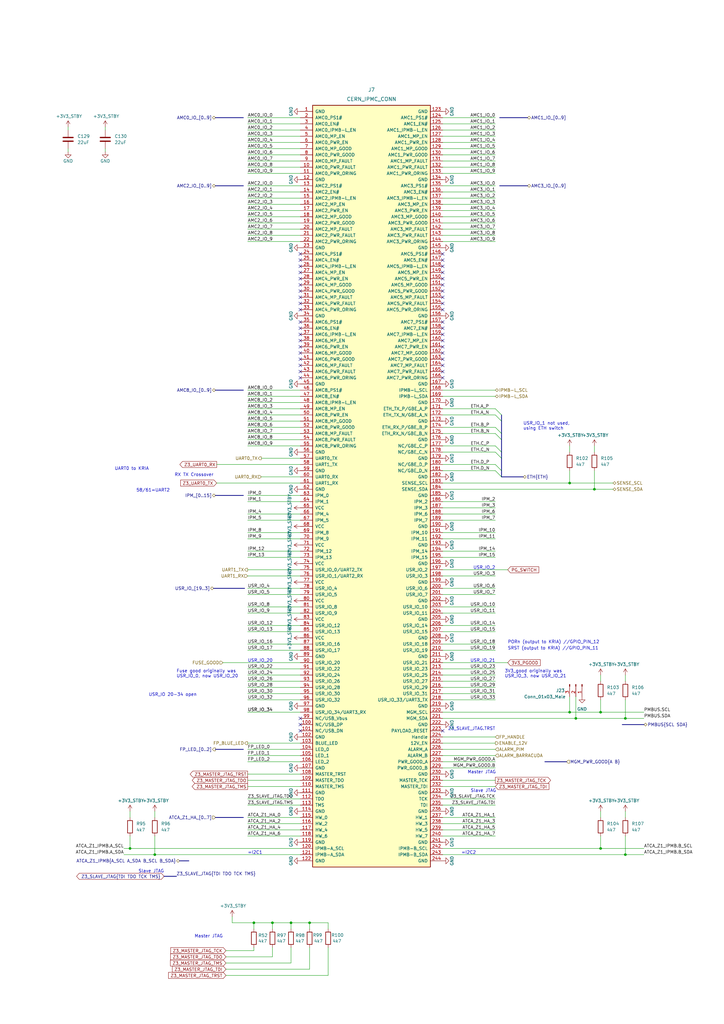
<source format=kicad_sch>
(kicad_sch (version 20211123) (generator eeschema)
  (paper "A3" portrait)
  (title_block (title "ATCA Template") (date "2023-01-05") (rev "1.0") (company "Karlsruhe Institute of Technology (KIT)") (comment 1 "Carsten Schmerbeck") (comment 2 "Luis Ardila") (comment 4 "Licensed under CERN-OHL-P v2"))
  (bus_alias "ETH" (members "A_P" "A_N" "B_P" "B_N" "C_P" "C_N" "D_P" "D_N"))
  (junction (at 246.38 347.98))
  (junction (at 104.14 378.46))
  (junction (at 256.54 294.64))
  (junction (at 63.5 350.52))
  (junction (at 111.76 378.46))
  (junction (at 119.38 378.46))
  (junction (at 256.54 350.52))
  (junction (at 236.22 294.64))
  (junction (at 243.84 200.66))
  (junction (at 127 378.46))
  (junction (at 233.68 292.1))
  (junction (at 53.34 347.98))
  (junction (at 233.68 198.12))
  (junction (at 246.38 292.1))
  (no_connect (at 181.61 121.92))
  (no_connect (at 181.61 106.68))
  (no_connect (at 181.61 147.32))
  (no_connect (at 181.61 119.38))
  (no_connect (at 181.61 127))
  (no_connect (at 181.61 111.76))
  (no_connect (at 123.19 111.76))
  (no_connect (at 123.19 114.3))
  (no_connect (at 123.19 119.38))
  (no_connect (at 123.19 121.92))
  (no_connect (at 123.19 116.84))
  (no_connect (at 123.19 127))
  (no_connect (at 123.19 124.46))
  (no_connect (at 123.19 104.14))
  (no_connect (at 123.19 106.68))
  (no_connect (at 123.19 109.22))
  (no_connect (at 123.19 154.94))
  (no_connect (at 123.19 152.4))
  (no_connect (at 123.19 144.78))
  (no_connect (at 123.19 132.08))
  (no_connect (at 181.61 152.4))
  (no_connect (at 123.19 134.62))
  (no_connect (at 181.61 114.3))
  (no_connect (at 181.61 299.72))
  (no_connect (at 181.61 142.24))
  (no_connect (at 181.61 116.84))
  (no_connect (at 181.61 137.16))
  (no_connect (at 181.61 104.14))
  (no_connect (at 123.19 147.32))
  (no_connect (at 181.61 124.46))
  (no_connect (at 181.61 139.7))
  (no_connect (at 181.61 109.22))
  (no_connect (at 181.61 144.78))
  (no_connect (at 181.61 132.08))
  (no_connect (at 123.19 137.16))
  (no_connect (at 123.19 139.7))
  (no_connect (at 123.19 294.64))
  (no_connect (at 123.19 297.18))
  (no_connect (at 123.19 299.72))
  (no_connect (at 181.61 149.86))
  (no_connect (at 181.61 134.62))
  (no_connect (at 123.19 149.86))
  (no_connect (at 181.61 154.94))
  (no_connect (at 123.19 142.24))
  (bus_entry (at 203.2 182.88) (size 2.54 2.54))
  (bus_entry (at 203.2 185.42) (size 2.54 2.54))
  (bus_entry (at 203.2 170.18) (size 2.54 2.54))
  (bus_entry (at 203.2 175.26) (size 2.54 2.54))
  (bus_entry (at 203.2 177.8) (size 2.54 2.54))
  (bus_entry (at 203.2 167.64) (size 2.54 2.54))
  (bus_entry (at 203.2 190.5) (size 2.54 2.54))
  (bus_entry (at 203.2 193.04) (size 2.54 2.54))
  (wire (pts (xy 243.84 182.88) (xy 243.84 185.42)))
  (wire (pts (xy 181.61 175.26) (xy 203.2 175.26)))
  (wire (pts (xy 181.61 55.88) (xy 203.2 55.88)))
  (wire (pts (xy 181.61 99.06) (xy 203.2 99.06)))
  (wire (pts (xy 181.61 78.74) (xy 203.2 78.74)))
  (wire (pts (xy 63.5 342.9) (xy 63.5 350.52)))
  (bus (pts (xy 88.392 307.34) (xy 99.822 307.34)))
  (wire (pts (xy 53.34 342.9) (xy 53.34 347.98)))
  (wire (pts (xy 203.2 248.92) (xy 181.61 248.92)))
  (wire (pts (xy 203.2 342.9) (xy 181.61 342.9)))
  (wire (pts (xy 181.61 271.78) (xy 208.28 271.78)))
  (wire (pts (xy 203.2 287.02) (xy 181.61 287.02)))
  (wire (pts (xy 203.2 256.54) (xy 181.61 256.54)))
  (wire (pts (xy 101.6 170.18) (xy 123.19 170.18)))
  (bus (pts (xy 67.31 359.41) (xy 72.39 359.41)))
  (wire (pts (xy 256.54 276.86) (xy 256.54 279.4)))
  (wire (pts (xy 203.2 210.82) (xy 181.61 210.82)))
  (wire (pts (xy 104.14 378.46) (xy 111.76 378.46)))
  (wire (pts (xy 203.2 340.36) (xy 181.61 340.36)))
  (wire (pts (xy 101.6 175.26) (xy 123.19 175.26)))
  (wire (pts (xy 181.61 83.82) (xy 203.2 83.82)))
  (wire (pts (xy 95.25 378.46) (xy 104.14 378.46)))
  (wire (pts (xy 101.6 50.8) (xy 123.19 50.8)))
  (wire (pts (xy 101.6 241.3) (xy 123.19 241.3)))
  (bus (pts (xy 88.392 76.2) (xy 99.822 76.2)))
  (wire (pts (xy 127 378.46) (xy 134.62 378.46)))
  (wire (pts (xy 181.61 193.04) (xy 203.2 193.04)))
  (wire (pts (xy 246.38 276.86) (xy 246.38 279.4)))
  (wire (pts (xy 119.38 378.46) (xy 119.38 381)))
  (wire (pts (xy 88.9 198.12) (xy 123.19 198.12)))
  (wire (pts (xy 101.6 251.46) (xy 123.19 251.46)))
  (wire (pts (xy 256.54 294.64) (xy 264.16 294.64)))
  (wire (pts (xy 181.61 347.98) (xy 246.38 347.98)))
  (wire (pts (xy 134.62 378.46) (xy 134.62 381)))
  (bus (pts (xy 205.74 187.96) (xy 205.74 193.04)))
  (wire (pts (xy 123.19 340.36) (xy 101.6 340.36)))
  (wire (pts (xy 101.6 53.34) (xy 123.19 53.34)))
  (wire (pts (xy 101.6 177.8) (xy 123.19 177.8)))
  (bus (pts (xy 205.74 172.72) (xy 205.74 177.8)))
  (bus (pts (xy 88.392 160.02) (xy 99.822 160.02)))
  (wire (pts (xy 101.6 60.96) (xy 123.19 60.96)))
  (wire (pts (xy 101.6 203.2) (xy 123.19 203.2)))
  (wire (pts (xy 181.61 93.98) (xy 203.2 93.98)))
  (wire (pts (xy 246.38 347.98) (xy 264.16 347.98)))
  (wire (pts (xy 181.61 236.22) (xy 203.2 236.22)))
  (bus (pts (xy 73.66 353.06) (xy 77.47 353.06)))
  (wire (pts (xy 101.6 78.74) (xy 123.19 78.74)))
  (wire (pts (xy 181.61 68.58) (xy 203.2 68.58)))
  (wire (pts (xy 91.44 271.78) (xy 123.19 271.78)))
  (wire (pts (xy 246.38 287.02) (xy 246.38 292.1)))
  (wire (pts (xy 181.61 228.6) (xy 203.2 228.6)))
  (wire (pts (xy 203.2 251.46) (xy 181.61 251.46)))
  (wire (pts (xy 233.68 198.12) (xy 181.61 198.12)))
  (wire (pts (xy 181.61 88.9) (xy 203.2 88.9)))
  (wire (pts (xy 233.68 285.75) (xy 233.68 292.1)))
  (bus (pts (xy 205.74 193.04) (xy 205.74 195.58)))
  (wire (pts (xy 246.38 292.1) (xy 264.16 292.1)))
  (wire (pts (xy 123.19 187.96) (xy 107.188 187.96)))
  (wire (pts (xy 203.2 281.94) (xy 181.61 281.94)))
  (wire (pts (xy 256.54 342.9) (xy 256.54 350.52)))
  (wire (pts (xy 181.61 71.12) (xy 203.2 71.12)))
  (wire (pts (xy 181.61 218.44) (xy 203.2 218.44)))
  (wire (pts (xy 246.38 332.74) (xy 246.38 335.28)))
  (wire (pts (xy 203.2 241.3) (xy 181.61 241.3)))
  (wire (pts (xy 101.6 182.88) (xy 123.19 182.88)))
  (wire (pts (xy 181.61 76.2) (xy 203.2 76.2)))
  (wire (pts (xy 246.38 342.9) (xy 246.38 347.98)))
  (wire (pts (xy 181.61 327.66) (xy 203.2 327.66)))
  (wire (pts (xy 203.2 48.26) (xy 181.61 48.26)))
  (wire (pts (xy 123.19 213.36) (xy 101.6 213.36)))
  (wire (pts (xy 134.62 388.62) (xy 134.62 400.05)))
  (wire (pts (xy 111.76 378.46) (xy 119.38 378.46)))
  (wire (pts (xy 50.8 347.98) (xy 53.34 347.98)))
  (wire (pts (xy 101.6 172.72) (xy 123.19 172.72)))
  (wire (pts (xy 181.61 96.52) (xy 203.2 96.52)))
  (wire (pts (xy 101.6 264.16) (xy 123.19 264.16)))
  (wire (pts (xy 181.61 170.18) (xy 203.2 170.18)))
  (wire (pts (xy 123.19 205.74) (xy 101.6 205.74)))
  (wire (pts (xy 101.6 66.04) (xy 123.19 66.04)))
  (wire (pts (xy 101.6 63.5) (xy 123.19 63.5)))
  (wire (pts (xy 181.61 162.56) (xy 203.2 162.56)))
  (wire (pts (xy 181.61 233.68) (xy 208.28 233.68)))
  (wire (pts (xy 101.6 76.2) (xy 123.19 76.2)))
  (wire (pts (xy 123.19 228.6) (xy 101.6 228.6)))
  (wire (pts (xy 203.2 274.32) (xy 181.61 274.32)))
  (wire (pts (xy 101.6 91.44) (xy 123.19 91.44)))
  (bus (pts (xy 205.74 185.42) (xy 205.74 187.96)))
  (wire (pts (xy 203.2 208.28) (xy 181.61 208.28)))
  (wire (pts (xy 101.6 88.9) (xy 123.19 88.9)))
  (wire (pts (xy 181.61 60.96) (xy 203.2 60.96)))
  (wire (pts (xy 101.6 55.88) (xy 123.19 55.88)))
  (wire (pts (xy 104.14 378.46) (xy 104.14 381)))
  (wire (pts (xy 203.2 335.28) (xy 181.61 335.28)))
  (wire (pts (xy 101.6 259.08) (xy 123.19 259.08)))
  (bus (pts (xy 255.27 297.18) (xy 264.16 297.18)))
  (wire (pts (xy 101.6 167.64) (xy 123.19 167.64)))
  (wire (pts (xy 123.19 320.04) (xy 101.6 320.04)))
  (wire (pts (xy 203.2 284.48) (xy 181.61 284.48)))
  (wire (pts (xy 123.19 337.82) (xy 101.6 337.82)))
  (bus (pts (xy 88.392 335.28) (xy 99.822 335.28)))
  (wire (pts (xy 181.61 86.36) (xy 203.2 86.36)))
  (bus (pts (xy 87.63 241.3) (xy 100.33 241.3)))
  (wire (pts (xy 27.94 52.07) (xy 27.94 53.34)))
  (wire (pts (xy 123.19 220.98) (xy 101.6 220.98)))
  (wire (pts (xy 92.71 394.97) (xy 119.38 394.97)))
  (wire (pts (xy 181.61 58.42) (xy 203.2 58.42)))
  (wire (pts (xy 92.71 397.51) (xy 127 397.51)))
  (wire (pts (xy 63.5 332.74) (xy 63.5 335.28)))
  (wire (pts (xy 101.6 86.36) (xy 123.19 86.36)))
  (wire (pts (xy 181.61 292.1) (xy 233.68 292.1)))
  (wire (pts (xy 181.61 66.04) (xy 203.2 66.04)))
  (wire (pts (xy 203.2 213.36) (xy 181.61 213.36)))
  (wire (pts (xy 101.6 330.2) (xy 123.19 330.2)))
  (wire (pts (xy 181.61 190.5) (xy 203.2 190.5)))
  (wire (pts (xy 203.2 266.7) (xy 181.61 266.7)))
  (wire (pts (xy 101.6 276.86) (xy 123.19 276.86)))
  (wire (pts (xy 181.61 50.8) (xy 203.2 50.8)))
  (wire (pts (xy 123.19 304.8) (xy 101.6 304.8)))
  (wire (pts (xy 123.19 312.42) (xy 101.6 312.42)))
  (wire (pts (xy 101.6 81.28) (xy 123.19 81.28)))
  (wire (pts (xy 101.6 287.02) (xy 123.19 287.02)))
  (wire (pts (xy 101.6 96.52) (xy 123.19 96.52)))
  (wire (pts (xy 119.38 378.46) (xy 127 378.46)))
  (wire (pts (xy 63.5 350.52) (xy 123.19 350.52)))
  (wire (pts (xy 101.6 284.48) (xy 123.19 284.48)))
  (bus (pts (xy 205.74 180.34) (xy 205.74 185.42)))
  (wire (pts (xy 92.71 400.05) (xy 134.62 400.05)))
  (wire (pts (xy 123.19 226.06) (xy 101.6 226.06)))
  (wire (pts (xy 101.6 243.84) (xy 123.19 243.84)))
  (wire (pts (xy 203.2 312.42) (xy 181.61 312.42)))
  (wire (pts (xy 101.6 281.94) (xy 123.19 281.94)))
  (wire (pts (xy 181.61 63.5) (xy 203.2 63.5)))
  (wire (pts (xy 104.14 388.62) (xy 104.14 389.89)))
  (wire (pts (xy 123.19 309.88) (xy 101.6 309.88)))
  (wire (pts (xy 233.68 182.88) (xy 233.68 185.42)))
  (wire (pts (xy 203.2 337.82) (xy 181.61 337.82)))
  (wire (pts (xy 111.76 378.46) (xy 111.76 381)))
  (wire (pts (xy 123.19 307.34) (xy 101.6 307.34)))
  (wire (pts (xy 43.18 52.07) (xy 43.18 53.34)))
  (wire (pts (xy 181.61 185.42) (xy 203.2 185.42)))
  (wire (pts (xy 236.22 285.75) (xy 236.22 294.64)))
  (wire (pts (xy 123.19 342.9) (xy 101.6 342.9)))
  (wire (pts (xy 27.94 60.96) (xy 27.94 62.23)))
  (wire (pts (xy 101.6 83.82) (xy 123.19 83.82)))
  (wire (pts (xy 123.19 210.82) (xy 101.6 210.82)))
  (wire (pts (xy 243.84 193.04) (xy 243.84 200.66)))
  (bus (pts (xy 205.74 170.18) (xy 205.74 172.72)))
  (bus (pts (xy 204.978 48.26) (xy 216.408 48.26)))
  (wire (pts (xy 95.25 375.92) (xy 95.25 378.46)))
  (wire (pts (xy 101.6 248.92) (xy 123.19 248.92)))
  (wire (pts (xy 256.54 350.52) (xy 264.16 350.52)))
  (wire (pts (xy 101.6 160.02) (xy 123.19 160.02)))
  (wire (pts (xy 203.2 307.34) (xy 181.61 307.34)))
  (wire (pts (xy 233.68 193.04) (xy 233.68 198.12)))
  (wire (pts (xy 101.6 233.68) (xy 123.19 233.68)))
  (wire (pts (xy 181.61 226.06) (xy 203.2 226.06)))
  (wire (pts (xy 123.19 335.28) (xy 101.6 335.28)))
  (wire (pts (xy 181.61 53.34) (xy 203.2 53.34)))
  (wire (pts (xy 92.71 389.89) (xy 104.14 389.89)))
  (wire (pts (xy 203.2 243.84) (xy 181.61 243.84)))
  (bus (pts (xy 205.74 177.8) (xy 205.74 180.34)))
  (wire (pts (xy 123.19 322.58) (xy 101.6 322.58)))
  (wire (pts (xy 119.38 388.62) (xy 119.38 394.97)))
  (wire (pts (xy 203.2 314.96) (xy 181.61 314.96)))
  (wire (pts (xy 101.6 93.98) (xy 123.19 93.98)))
  (wire (pts (xy 101.6 256.54) (xy 123.19 256.54)))
  (wire (pts (xy 181.61 160.02) (xy 203.2 160.02)))
  (wire (pts (xy 43.18 60.96) (xy 43.18 62.23)))
  (wire (pts (xy 251.46 200.66) (xy 243.84 200.66)))
  (wire (pts (xy 111.76 388.62) (xy 111.76 392.43)))
  (wire (pts (xy 101.6 58.42) (xy 123.19 58.42)))
  (wire (pts (xy 236.22 294.64) (xy 256.54 294.64)))
  (wire (pts (xy 203.2 302.26) (xy 181.61 302.26)))
  (wire (pts (xy 203.2 259.08) (xy 181.61 259.08)))
  (bus (pts (xy 205.74 195.58) (xy 214.63 195.58)))
  (wire (pts (xy 101.6 71.12) (xy 123.19 71.12)))
  (wire (pts (xy 203.2 276.86) (xy 181.61 276.86)))
  (wire (pts (xy 256.54 287.02) (xy 256.54 294.64)))
  (wire (pts (xy 101.6 180.34) (xy 123.19 180.34)))
  (wire (pts (xy 251.46 198.12) (xy 233.68 198.12)))
  (wire (pts (xy 123.19 48.26) (xy 101.6 48.26)))
  (wire (pts (xy 92.71 392.43) (xy 111.76 392.43)))
  (wire (pts (xy 123.19 317.5) (xy 101.6 317.5)))
  (wire (pts (xy 101.6 266.7) (xy 123.19 266.7)))
  (wire (pts (xy 181.61 330.2) (xy 203.2 330.2)))
  (wire (pts (xy 101.6 327.66) (xy 123.19 327.66)))
  (wire (pts (xy 53.34 332.74) (xy 53.34 335.28)))
  (wire (pts (xy 101.6 236.22) (xy 123.19 236.22)))
  (wire (pts (xy 203.2 309.88) (xy 181.61 309.88)))
  (wire (pts (xy 181.61 350.52) (xy 256.54 350.52)))
  (wire (pts (xy 127 388.62) (xy 127 397.51)))
  (wire (pts (xy 101.6 279.4) (xy 123.19 279.4)))
  (wire (pts (xy 203.2 322.58) (xy 181.61 322.58)))
  (bus (pts (xy 223.52 312.42) (xy 232.41 312.42)))
  (wire (pts (xy 181.61 81.28) (xy 203.2 81.28)))
  (wire (pts (xy 233.68 292.1) (xy 246.38 292.1)))
  (wire (pts (xy 181.61 167.64) (xy 203.2 167.64)))
  (wire (pts (xy 127 378.46) (xy 127 381)))
  (wire (pts (xy 101.6 165.1) (xy 123.19 165.1)))
  (wire (pts (xy 203.2 304.8) (xy 181.61 304.8)))
  (bus (pts (xy 88.392 48.26) (xy 99.822 48.26)))
  (wire (pts (xy 243.84 200.66) (xy 181.61 200.66)))
  (wire (pts (xy 123.19 218.44) (xy 101.6 218.44)))
  (wire (pts (xy 203.2 205.74) (xy 181.61 205.74)))
  (wire (pts (xy 181.61 182.88) (xy 203.2 182.88)))
  (bus (pts (xy 204.978 76.2) (xy 216.408 76.2)))
  (wire (pts (xy 101.6 162.56) (xy 123.19 162.56)))
  (wire (pts (xy 53.34 347.98) (xy 123.19 347.98)))
  (wire (pts (xy 203.2 279.4) (xy 181.61 279.4)))
  (wire (pts (xy 101.6 68.58) (xy 123.19 68.58)))
  (wire (pts (xy 88.9 190.5) (xy 123.19 190.5)))
  (wire (pts (xy 181.61 220.98) (xy 203.2 220.98)))
  (wire (pts (xy 256.54 332.74) (xy 256.54 335.28)))
  (wire (pts (xy 181.61 294.64) (xy 236.22 294.64)))
  (bus (pts (xy 88.392 203.2) (xy 99.822 203.2)))
  (wire (pts (xy 123.19 195.58) (xy 107.188 195.58)))
  (wire (pts (xy 181.61 91.44) (xy 203.2 91.44)))
  (wire (pts (xy 50.8 350.52) (xy 63.5 350.52)))
  (wire (pts (xy 101.6 274.32) (xy 123.19 274.32)))
  (wire (pts (xy 203.2 264.16) (xy 181.61 264.16)))
  (wire (pts (xy 181.61 177.8) (xy 203.2 177.8)))
  (wire (pts (xy 101.6 99.06) (xy 123.19 99.06)))
  (wire (pts (xy 101.6 292.1) (xy 123.19 292.1)))
  (wire (pts (xy 203.2 320.04) (xy 181.61 320.04)))
  (text "=I2C2" (at 189.23 350.52 0) (effects (font (size 1.27 1.27)) (justify left bottom)))
  (text "Z3_SLAVE_JTAG.TRST" (at 203.2 299.72 180) (effects (font (size 1.27 1.27)) (justify right bottom)))
  (text "USR_IO_20" (at 101.6 271.78 0) (effects (font (size 1.27 1.27)) (justify left bottom)))
  (text "Slave JTAG" (at 67.31 358.14 180) (effects (font (size 1.27 1.27)) (justify right bottom)))
  (text "Master JTAG" (at 191.77 317.5 0) (effects (font (size 1.27 1.27)) (justify left bottom)))
  (text "SRST (output to KRIA) //GPIO_PIN_11" (at 208.28 266.7 0) (effects (font (size 1.27 1.27)) (justify left bottom)))
  (text "Slave JTAG" (at 193.04 325.12 0) (effects (font (size 1.27 1.27)) (justify left bottom)))
  (text "Master JTAG" (at 91.44 384.81 180) (effects (font (size 1.27 1.27)) (justify right bottom)))
  (text "PORn (output to KRIA) //GPIO_PIN_12" (at 208.28 264.16 0) (effects (font (size 1.27 1.27)) (justify left bottom)))
  (text "USR_IO 20-34 open" (at 60.96 285.75 0) (effects (font (size 1.27 1.27)) (justify left bottom)))
  (text "RX TX Crossover" (at 87.63 195.58 180) (effects (font (size 1.27 1.27)) (justify right bottom)))
  (text "UART0 to KRIA" (at 46.99 193.04 0) (effects (font (size 1.27 1.27)) (justify left bottom)))
  (text "Fuse good originally was\nUSR_IO_0, now USR_IO_20" (at 72.39 278.13 0) (effects (font (size 1.27 1.27)) (justify left bottom)))
  (text "=I2C1" (at 101.6 350.52 0) (effects (font (size 1.27 1.27)) (justify left bottom)))
  (text "USR_IO_2" (at 203.2 233.68 180) (effects (font (size 1.27 1.27)) (justify right bottom)))
  (text "USR_IO_1 not used,\nusing ETH switch" (at 214.63 176.53 0) (effects (font (size 1.27 1.27)) (justify left bottom)))
  (text "USR_IO_21" (at 203.2 271.78 180) (effects (font (size 1.27 1.27)) (justify right bottom)))
  (text "58/61=UART2" (at 55.88 201.93 0) (effects (font (size 1.27 1.27)) (justify left bottom)))
  (text "3V3_good originally was\nUSR_IO_3, now USR_IO_21" (at 207.01 278.13 0) (effects (font (size 1.27 1.27)) (justify left bottom)))
  (label "ATCA_Z1_IPMB.A_SCL" (at 50.8 347.98 180))
  (label "AMC3_IO_5" (at 203.2 88.9 180))
  (label "MGM_PWR_GOOD.B" (at 203.2 314.96 180))
  (label "USR_IO_30" (at 101.6 284.48 0))
  (label "AMC0_IO_1" (at 101.6 50.8 0))
  (label "IPM_6" (at 203.2 210.82 180))
  (label "IPM_4" (at 101.6 210.82 0))
  (label "IPM_0" (at 101.6 203.2 0))
  (label "AMC2_IO_0" (at 101.6 76.2 0))
  (label "USR_IO_27" (at 203.2 279.4 180))
  (label "Z3_SLAVE_JTAG.TMS" (at 101.6 330.2 0))
  (label "AMC2_IO_3" (at 101.6 83.82 0))
  (label "USR_IO_23" (at 203.2 274.32 180))
  (label "AMC3_IO_7" (at 203.2 93.98 180))
  (label "AMC3_IO_8" (at 203.2 96.52 180))
  (label "AMC3_IO_1" (at 203.2 78.74 180))
  (label "ATCA_Z1_HA_3" (at 203.2 337.82 180))
  (label "AMC0_IO_3" (at 101.6 55.88 0))
  (label "USR_IO_25" (at 203.2 276.86 180))
  (label "AMC8_IO_8" (at 101.6 180.34 0))
  (label "AMC8_IO_5" (at 101.6 172.72 0))
  (label "ETH.A_N" (at 193.04 170.18 0))
  (label "USR_IO_11" (at 203.2 251.46 180))
  (label "AMC2_IO_9" (at 101.6 99.06 0))
  (label "IPM_2" (at 203.2 205.74 180))
  (label "USR_IO_15" (at 203.2 259.08 180))
  (label "Z3_SLAVE_JTAG.TDI" (at 203.2 330.2 180))
  (label "AMC1_IO_3" (at 203.2 55.88 180))
  (label "AMC0_IO_4" (at 101.6 58.42 0))
  (label "PMBUS.SCL" (at 264.16 292.1 0))
  (label "ETH.C_N" (at 193.04 185.42 0))
  (label "ATCA_Z1_HA_5" (at 203.2 340.36 180))
  (label "USR_IO_14" (at 203.2 256.54 180))
  (label "USR_IO_10" (at 203.2 248.92 180))
  (label "AMC0_IO_7" (at 101.6 66.04 0))
  (label "ETH.D_N" (at 193.04 193.04 0))
  (label "USR_IO_9" (at 101.6 251.46 0))
  (label "AMC0_IO_2" (at 101.6 53.34 0))
  (label "IPM_8" (at 101.6 218.44 0))
  (label "AMC3_IO_6" (at 203.2 91.44 180))
  (label "ATCA_Z1_HA_4" (at 101.6 340.36 0))
  (label "USR_IO_3" (at 203.2 236.22 180))
  (label "USR_IO_8" (at 101.6 248.92 0))
  (label "AMC1_IO_6" (at 203.2 63.5 180))
  (label "ETH.C_P" (at 193.04 182.88 0))
  (label "AMC1_IO_1" (at 203.2 50.8 180))
  (label "AMC3_IO_0" (at 203.2 76.2 180))
  (label "ATCA_Z1_IPMB.A_SDA" (at 50.8 350.52 180))
  (label "AMC1_IO_4" (at 203.2 58.42 180))
  (label "ATCA_Z1_HA_2" (at 101.6 337.82 0))
  (label "USR_IO_24" (at 101.6 276.86 0))
  (label "AMC3_IO_4" (at 203.2 86.36 180))
  (label "IPM_1" (at 101.6 205.74 0))
  (label "AMC3_IO_9" (at 203.2 99.06 180))
  (label "AMC2_IO_6" (at 101.6 91.44 0))
  (label "USR_IO_4" (at 101.6 241.3 0))
  (label "AMC8_IO_6" (at 101.6 175.26 0))
  (label "AMC1_IO_2" (at 203.2 53.34 180))
  (label "USR_IO_19" (at 203.2 266.7 180))
  (label "USR_IO_7" (at 203.2 243.84 180))
  (label "AMC1_IO_7" (at 203.2 66.04 180))
  (label "ATCA_Z1_IPMB.B_SDA" (at 264.16 350.52 0))
  (label "AMC2_IO_7" (at 101.6 93.98 0))
  (label "ATCA_Z1_HA_6" (at 101.6 342.9 0))
  (label "AMC8_IO_7" (at 101.6 177.8 0))
  (label "IPM_7" (at 203.2 213.36 180))
  (label "IPM_10" (at 203.2 218.44 180))
  (label "AMC2_IO_8" (at 101.6 96.52 0))
  (label "IPM_3" (at 203.2 208.28 180))
  (label "AMC2_IO_2" (at 101.6 81.28 0))
  (label "USR_IO_29" (at 203.2 281.94 180))
  (label "ETH.D_P" (at 193.04 190.5 0))
  (label "USR_IO_34" (at 101.6 292.1 0))
  (label "AMC0_IO_6" (at 101.6 63.5 0))
  (label "USR_IO_5" (at 101.6 243.84 0))
  (label "AMC8_IO_0" (at 101.6 160.02 0))
  (label "ATCA_Z1_HA_0" (at 101.6 335.28 0))
  (label "Z3_SLAVE_JTAG{TDI TDO TCK TMS}" (at 72.39 359.41 0))
  (label "AMC2_IO_5" (at 101.6 88.9 0))
  (label "IPM_13" (at 101.6 228.6 0))
  (label "USR_IO_34" (at 101.6 292.1 0))
  (label "ATCA_Z1_IPMB.B_SCL" (at 264.16 347.98 0))
  (label "ETH.B_N" (at 193.04 177.8 0))
  (label "AMC8_IO_9" (at 101.6 182.88 0))
  (label "AMC0_IO_5" (at 101.6 60.96 0))
  (label "USR_IO_31" (at 203.2 284.48 180))
  (label "AMC0_IO_0" (at 101.6 48.26 0))
  (label "AMC0_IO_9" (at 101.6 71.12 0))
  (label "IPM_9" (at 101.6 220.98 0))
  (label "AMC1_IO_9" (at 203.2 71.12 180))
  (label "AMC2_IO_4" (at 101.6 86.36 0))
  (label "IPM_14" (at 203.2 226.06 180))
  (label "USR_IO_26" (at 101.6 279.4 0))
  (label "AMC8_IO_4" (at 101.6 170.18 0))
  (label "Z3_SLAVE_JTAG.TCK" (at 203.2 327.66 180))
  (label "USR_IO_13" (at 101.6 259.08 0))
  (label "AMC1_IO_5" (at 203.2 60.96 180))
  (label "USR_IO_16" (at 101.6 264.16 0))
  (label "AMC3_IO_3" (at 203.2 83.82 180))
  (label "Z3_SLAVE_JTAG.TDO" (at 101.6 327.66 0))
  (label "IPM_5" (at 101.6 213.36 0))
  (label "USR_IO_6" (at 203.2 241.3 180))
  (label "IPM_15" (at 203.2 228.6 180))
  (label "ATCA_Z1_HA_7" (at 203.2 342.9 180))
  (label "AMC1_IO_0" (at 203.2 48.26 180))
  (label "IPM_12" (at 101.6 226.06 0))
  (label "ATCA_Z1_HA_1" (at 203.2 335.28 180))
  (label "AMC0_IO_8" (at 101.6 68.58 0))
  (label "FP_LED_1" (at 101.6 309.88 0))
  (label "AMC8_IO_3" (at 101.6 167.64 0))
  (label "USR_IO_22" (at 101.6 274.32 0))
  (label "USR_IO_28" (at 101.6 281.94 0))
  (label "ETH.B_P" (at 193.04 175.26 0))
  (label "USR_IO_17" (at 101.6 266.7 0))
  (label "USR_IO_32" (at 101.6 287.02 0))
  (label "USR_IO_12" (at 101.6 256.54 0))
  (label "USR_IO_33" (at 203.2 287.02 180))
  (label "IPM_11" (at 203.2 220.98 180))
  (label "AMC2_IO_1" (at 101.6 78.74 0))
  (label "AMC1_IO_8" (at 203.2 68.58 180))
  (label "PMBUS.SDA" (at 264.16 294.64 0))
  (label "ETH.A_P" (at 193.04 167.64 0))
  (label "FP_LED_2" (at 101.6 312.42 0))
  (label "FP_LED_0" (at 101.6 307.34 0))
  (label "MGM_PWR_GOOD.A" (at 203.2 312.42 180))
  (label "USR_IO_18" (at 203.2 264.16 180))
  (label "AMC8_IO_2" (at 101.6 165.1 0))
  (label "AMC3_IO_2" (at 203.2 81.28 180))
  (label "AMC8_IO_1" (at 101.6 162.56 0))
  (global_label "Z3_MASTER_JTAG_TRST" (shape output) (at 101.6 317.5 180) (property "Intersheet References" "${INTERSHEET_REFS}" (effects hide)))
  (global_label "Z3_MASTER_JTAG_TCK" (shape input) (at 92.71 389.89 180) (property "Intersheet References" "${INTERSHEET_REFS}" (effects hide)))
  (global_label "Z3_UART0_RX" (shape output) (at 88.9 190.5 180) (property "Intersheet References" "${INTERSHEET_REFS}" (effects hide)))
  (global_label "Z3_UART0_TX" (shape input) (at 88.9 198.12 180) (property "Intersheet References" "${INTERSHEET_REFS}" (effects hide)))
  (global_label "3V3_PGOOD" (shape input) (at 208.28 271.78 0) (property "Intersheet References" "${INTERSHEET_REFS}" (effects hide)))
  (global_label "Z3_MASTER_JTAG_TRST" (shape input) (at 92.71 400.05 180) (property "Intersheet References" "${INTERSHEET_REFS}" (effects hide)))
  (global_label "PG_SWITCH" (shape input) (at 208.28 233.68 0) (property "Intersheet References" "${INTERSHEET_REFS}" (effects hide)))
  (global_label "Z3_SLAVE_JTAG{TDI TDO TCK TMS}" (shape bidirectional) (at 67.31 359.41 180) (property "Intersheet References" "${INTERSHEET_REFS}" (effects hide)))
  (global_label "Z3_MASTER_JTAG_TDO" (shape output) (at 101.6 320.04 180) (property "Intersheet References" "${INTERSHEET_REFS}" (effects hide)))
  (global_label "Z3_MASTER_JTAG_TDI" (shape input) (at 92.71 397.51 180) (property "Intersheet References" "${INTERSHEET_REFS}" (effects hide)))
  (global_label "Z3_MASTER_JTAG_TMS" (shape input) (at 92.71 394.97 180) (property "Intersheet References" "${INTERSHEET_REFS}" (effects hide)))
  (global_label "Z3_MASTER_JTAG_TDO" (shape input) (at 92.71 392.43 180) (property "Intersheet References" "${INTERSHEET_REFS}" (effects hide)))
  (global_label "Z3_MASTER_JTAG_TMS" (shape output) (at 101.6 322.58 180) (property "Intersheet References" "${INTERSHEET_REFS}" (effects hide)))
  (global_label "Z3_MASTER_JTAG_TDI" (shape input) (at 203.2 322.58 0) (property "Intersheet References" "${INTERSHEET_REFS}" (effects hide)))
  (global_label "Z3_MASTER_JTAG_TCK" (shape output) (at 203.2 320.04 0) (property "Intersheet References" "${INTERSHEET_REFS}" (effects hide)))
  (hierarchical_label "AMC1_IO_[0..9]" (shape bidirectional) (at 216.408 48.26 0))
  (hierarchical_label "ENABLE_12V" (shape output) (at 203.2 304.8 0))
  (hierarchical_label "IPMB-L_SCL" (shape bidirectional) (at 203.2 160.02 0))
  (hierarchical_label "UART1_TX" (shape output) (at 101.6 233.68 180))
  (hierarchical_label "AMC8_IO_[0..9]" (shape bidirectional) (at 88.392 160.02 180))
  (hierarchical_label "FP_BLUE_LED" (shape output) (at 101.6 304.8 180))
  (hierarchical_label "FP_LED_[0..2]" (shape output) (at 88.392 307.34 180))
  (hierarchical_label "ETH{ETH}" (shape bidirectional) (at 214.63 195.58 0))
  (hierarchical_label "UART0_RX" (shape input) (at 107.188 195.58 180))
  (hierarchical_label "ATCA_Z1_HA_[0..7]" (shape input) (at 88.392 335.28 180))
  (hierarchical_label "ALARM_PIM" (shape input) (at 203.2 307.34 0))
  (hierarchical_label "UART1_RX" (shape input) (at 101.6 236.22 180))
  (hierarchical_label "SENSE_SCL" (shape bidirectional) (at 251.46 198.12 0))
  (hierarchical_label "IPMB-L_SDA" (shape bidirectional) (at 203.2 162.56 0))
  (hierarchical_label "USR_IO_[19..3]" (shape bidirectional) (at 87.63 241.3 180))
  (hierarchical_label "AMC3_IO_[0..9]" (shape bidirectional) (at 216.408 76.2 0))
  (hierarchical_label "UART0_TX" (shape output) (at 107.188 187.96 180))
  (hierarchical_label "FP_HANDLE" (shape input) (at 203.2 302.26 0))
  (hierarchical_label "AMC2_IO_[0..9]" (shape bidirectional) (at 88.392 76.2 180))
  (hierarchical_label "MGM_PWR_GOOD{A B}" (shape input) (at 232.41 312.42 0))
  (hierarchical_label "SENSE_SDA" (shape bidirectional) (at 251.46 200.66 0))
  (hierarchical_label "ATCA_Z1_IPMB{A_SCL A_SDA B_SCL B_SDA}" (shape bidirectional) (at 73.66 353.06 180))
  (hierarchical_label "PMBUS{SCL SDA}" (shape bidirectional) (at 264.16 297.18 0))
  (hierarchical_label "ALARM_BARRACUDA" (shape input) (at 203.2 309.88 0))
  (hierarchical_label "IPM_[0..15]" (shape bidirectional) (at 88.392 203.2 180))
  (hierarchical_label "AMC0_IO_[0..9]" (shape bidirectional) (at 88.392 48.26 180))
  (hierarchical_label "FUSE_GOOD" (shape input) (at 91.44 271.78 180))
  (symbol (lib_id "power:GND") (at 123.19 353.06 270) (unit 1)
    (property "Reference" "#PWR0288" (effects hide))
    (property "Value" "GND" (at 119.38 353.06 0))
  )
  (symbol (lib_id "power:GND") (at 123.19 345.44 270) (unit 1)
    (property "Reference" "#PWR0287" (effects hide))
    (property "Value" "GND" (at 119.38 345.44 0))
  )
  (symbol (lib_id "power:GND") (at 123.19 332.74 270) (unit 1)
    (property "Reference" "#PWR0286" (effects hide))
    (property "Value" "GND" (at 119.38 332.74 0))
  )
  (symbol (lib_id "power:GND") (at 123.19 325.12 270) (unit 1)
    (property "Reference" "#PWR0285" (effects hide))
    (property "Value" "GND" (at 119.38 325.12 0))
  )
  (symbol (lib_id "power:GND") (at 123.19 314.96 270) (unit 1)
    (property "Reference" "#PWR0284" (effects hide))
    (property "Value" "GND" (at 119.38 314.96 0))
  )
  (symbol (lib_id "power:GND") (at 123.19 302.26 270) (unit 1)
    (property "Reference" "#PWR0283" (effects hide))
    (property "Value" "GND" (at 119.38 302.26 0))
  )
  (symbol (lib_id "power:GND") (at 123.19 289.56 270) (unit 1)
    (property "Reference" "#PWR0282" (effects hide))
    (property "Value" "GND" (at 119.38 289.56 0))
  )
  (symbol (lib_id "power:GND") (at 123.19 269.24 270) (unit 1)
    (property "Reference" "#PWR0281" (effects hide))
    (property "Value" "GND" (at 119.38 269.24 0))
  )
  (symbol (lib_id "power:GND") (at 123.19 200.66 270) (unit 1)
    (property "Reference" "#PWR0272" (effects hide))
    (property "Value" "GND" (at 119.38 200.66 0))
  )
  (symbol (lib_id "power:GND") (at 123.19 193.04 270) (unit 1)
    (property "Reference" "#PWR0271" (effects hide))
    (property "Value" "GND" (at 119.38 193.04 0))
  )
  (symbol (lib_id "power:GND") (at 123.19 185.42 270) (unit 1)
    (property "Reference" "#PWR0270" (effects hide))
    (property "Value" "GND" (at 119.38 185.42 0))
  )
  (symbol (lib_id "power:GND") (at 123.19 157.48 270) (unit 1)
    (property "Reference" "#PWR0269" (effects hide))
    (property "Value" "GND" (at 119.38 157.48 0))
  )
  (symbol (lib_id "power:GND") (at 123.19 129.54 270) (unit 1)
    (property "Reference" "#PWR0268" (effects hide))
    (property "Value" "GND" (at 119.38 129.54 0))
  )
  (symbol (lib_id "power:GND") (at 123.19 101.6 270) (unit 1)
    (property "Reference" "#PWR0267" (effects hide))
    (property "Value" "GND" (at 119.38 101.6 0))
  )
  (symbol (lib_id "power:GND") (at 123.19 73.66 270) (unit 1)
    (property "Reference" "#PWR0266" (effects hide))
    (property "Value" "GND" (at 119.38 73.66 0))
  )
  (symbol (lib_id "power:GND") (at 123.19 45.72 270) (unit 1)
    (property "Reference" "#PWR0265" (effects hide))
    (property "Value" "GND" (at 119.38 45.72 0))
  )
  (symbol (lib_id "power:GND") (at 181.61 45.72 90) (unit 1)
    (property "Reference" "#PWR0292" (effects hide))
    (property "Value" "GND" (at 185.42 45.72 0))
  )
  (symbol (lib_id "power:GND") (at 181.61 73.66 90) (unit 1)
    (property "Reference" "#PWR0293" (effects hide))
    (property "Value" "GND" (at 185.42 73.66 0))
  )
  (symbol (lib_id "power:GND") (at 181.61 101.6 90) (unit 1)
    (property "Reference" "#PWR0294" (effects hide))
    (property "Value" "GND" (at 185.42 101.6 0))
  )
  (symbol (lib_id "power:GND") (at 181.61 129.54 90) (unit 1)
    (property "Reference" "#PWR0295" (effects hide))
    (property "Value" "GND" (at 185.42 129.54 0))
  )
  (symbol (lib_id "power:GND") (at 181.61 157.48 90) (unit 1)
    (property "Reference" "#PWR0296" (effects hide))
    (property "Value" "GND" (at 185.42 157.48 0))
  )
  (symbol (lib_id "power:GND") (at 181.61 165.1 90) (unit 1)
    (property "Reference" "#PWR0297" (effects hide))
    (property "Value" "GND" (at 185.42 165.1 0))
  )
  (symbol (lib_id "power:GND") (at 181.61 172.72 90) (unit 1)
    (property "Reference" "#PWR0298" (effects hide))
    (property "Value" "GND" (at 185.42 172.72 0))
  )
  (symbol (lib_id "power:GND") (at 181.61 180.34 90) (unit 1)
    (property "Reference" "#PWR0299" (effects hide))
    (property "Value" "GND" (at 185.42 180.34 0))
  )
  (symbol (lib_id "power:GND") (at 181.61 187.96 90) (unit 1)
    (property "Reference" "#PWR0300" (effects hide))
    (property "Value" "GND" (at 185.42 187.96 0))
  )
  (symbol (lib_id "power:GND") (at 181.61 195.58 90) (unit 1)
    (property "Reference" "#PWR0301" (effects hide))
    (property "Value" "GND" (at 185.42 195.58 0))
  )
  (symbol (lib_id "power:GND") (at 181.61 203.2 90) (unit 1)
    (property "Reference" "#PWR0302" (effects hide))
    (property "Value" "GND" (at 185.42 203.2 0))
  )
  (symbol (lib_id "power:GND") (at 181.61 215.9 90) (unit 1)
    (property "Reference" "#PWR0303" (effects hide))
    (property "Value" "GND" (at 185.42 215.9 0))
  )
  (symbol (lib_id "power:GND") (at 181.61 223.52 90) (unit 1)
    (property "Reference" "#PWR0304" (effects hide))
    (property "Value" "GND" (at 185.42 223.52 0))
  )
  (symbol (lib_id "power:GND") (at 181.61 231.14 90) (unit 1)
    (property "Reference" "#PWR0305" (effects hide))
    (property "Value" "GND" (at 185.42 231.14 0))
  )
  (symbol (lib_id "power:GND") (at 181.61 238.76 90) (unit 1)
    (property "Reference" "#PWR0306" (effects hide))
    (property "Value" "GND" (at 185.42 238.76 0))
  )
  (symbol (lib_id "power:GND") (at 181.61 246.38 90) (unit 1)
    (property "Reference" "#PWR0307" (effects hide))
    (property "Value" "GND" (at 185.42 246.38 0))
  )
  (symbol (lib_id "power:GND") (at 181.61 254 90) (unit 1)
    (property "Reference" "#PWR0308" (effects hide))
    (property "Value" "GND" (at 185.42 254 0))
  )
  (symbol (lib_id "power:GND") (at 181.61 261.62 90) (unit 1)
    (property "Reference" "#PWR0309" (effects hide))
    (property "Value" "GND" (at 185.42 261.62 0))
  )
  (symbol (lib_id "power:GND") (at 181.61 269.24 90) (unit 1)
    (property "Reference" "#PWR0310" (effects hide))
    (property "Value" "GND" (at 185.42 269.24 0))
  )
  (symbol (lib_id "power:GND") (at 181.61 289.56 90) (unit 1)
    (property "Reference" "#PWR0311" (effects hide))
    (property "Value" "GND" (at 185.42 289.56 0))
  )
  (symbol (lib_id "power:GND") (at 181.61 317.5 90) (unit 1)
    (property "Reference" "#PWR0313" (effects hide))
    (property "Value" "GND" (at 185.42 317.5 0))
  )
  (symbol (lib_id "power:GND") (at 181.61 297.18 90) (unit 1)
    (property "Reference" "#PWR0312" (effects hide))
    (property "Value" "GND" (at 185.42 297.18 0))
  )
  (symbol (lib_id "power:GND") (at 181.61 325.12 90) (unit 1)
    (property "Reference" "#PWR0314" (effects hide))
    (property "Value" "GND" (at 185.42 325.12 0))
  )
  (symbol (lib_id "power:GND") (at 181.61 332.74 90) (unit 1)
    (property "Reference" "#PWR0315" (effects hide))
    (property "Value" "GND" (at 185.42 332.74 0))
  )
  (symbol (lib_id "power:GND") (at 181.61 345.44 90) (unit 1)
    (property "Reference" "#PWR0316" (effects hide))
    (property "Value" "GND" (at 185.42 345.44 0))
  )
  (symbol (lib_id "power:GND") (at 181.61 353.06 90) (unit 1)
    (property "Reference" "#PWR0317" (effects hide))
    (property "Value" "GND" (at 185.42 353.06 0))
  )
  (symbol (lib_id "Device:R") (at 53.34 339.09 0) (unit 1)
    (property "Reference" "R95" (at 55.88 337.8199 0) (effects (justify left)))
    (property "Value" "4k7" (at 55.88 340.3599 0) (effects (justify left)))
    (property "Footprint" "Resistor_SMD:R_0402_1005Metric" (effects hide))
    (property "stock" "AVT-IPE" (effects hide))
    (property "digikey#" "A129635CT-ND" (effects hide))
    (property "manf" "TE" (effects hide))
    (property "manf#" "CRGCQ0402F4K7" (effects hide))
  )
  (symbol (lib_id "Device:R") (at 246.38 283.21 0) (unit 1)
    (property "Reference" "R103" (at 248.92 281.9399 0) (effects (justify left)))
    (property "Value" "4k7" (at 248.92 284.4799 0) (effects (justify left)))
    (property "Footprint" "Resistor_SMD:R_0402_1005Metric" (effects hide))
    (property "stock" "AVT-IPE" (effects hide))
    (property "digikey#" "A129635CT-ND" (effects hide))
    (property "manf" "TE" (effects hide))
    (property "manf#" "CRGCQ0402F4K7" (effects hide))
  )
  (symbol (lib_id "Device:C") (at 43.18 57.15 0) (unit 1)
    (property "Reference" "C130" (at 46.99 55.8799 0) (effects (justify left)))
    (property "Value" "22uF" (at 46.99 58.4199 0) (effects (justify left)))
    (property "Footprint" "Capacitor_SMD:C_0805_2012Metric" (effects hide))
    (property "digikey#" "587-1958-1-ND" (effects hide))
    (property "manf" "Taiyo Yuden" (effects hide))
    (property "manf#" "LMK212BJ226MG-T" (effects hide))
  )
  (symbol (lib_id "KIT_Power:+3V3_STBY") (at 256.54 332.74 0) (unit 1)
    (property "Reference" "#PWR0323" (effects hide))
    (property "Value" "+3V3_STBY" (at 256.921 328.3458 0))
  )
  (symbol (lib_id "Device:R") (at 119.38 384.81 0) (unit 1)
    (property "Reference" "R98" (at 121.158 383.6416 0) (effects (justify left)))
    (property "Value" "4k7" (at 121.158 385.953 0) (effects (justify left)))
    (property "Footprint" "Resistor_SMD:R_0402_1005Metric" (effects hide))
    (property "tolerance" "1%" (effects hide))
    (property "stock" "AVT-IPE" (effects hide))
    (property "digikey#" "A129635CT-ND" (effects hide))
    (property "manf" "TE" (effects hide))
    (property "manf#" "CRGCQ0402F4K7" (effects hide))
  )
  (symbol (lib_id "KIT_Power:+3V3_STBY") (at 246.38 332.74 0) (unit 1)
    (property "Reference" "#PWR0320" (effects hide))
    (property "Value" "+3V3_STBY" (at 246.761 328.3458 0))
  )
  (symbol (lib_id "KIT_Power:+3V3_STBY") (at 27.94 52.07 0) (unit 1)
    (property "Reference" "#PWR0258" (effects hide))
    (property "Value" "+3V3_STBY" (at 28.321 47.6758 0))
  )
  (symbol (lib_id "KIT_Power:+3V3_STBY") (at 123.19 208.28 90) (unit 1)
    (property "Reference" "#PWR0273" (effects hide))
    (property "Value" "+3V3_STBY" (at 118.7958 207.899 0))
  )
  (symbol (lib_id "KIT_Power:+3V3_STBY") (at 123.19 231.14 90) (unit 1)
    (property "Reference" "#PWR0276" (effects hide))
    (property "Value" "+3V3_STBY" (at 118.7958 230.759 0))
  )
  (symbol (lib_id "KIT_Power:+3V3_STBY") (at 123.19 223.52 90) (unit 1)
    (property "Reference" "#PWR0275" (effects hide))
    (property "Value" "+3V3_STBY" (at 118.7958 223.139 0))
  )
  (symbol (lib_id "Device:R") (at 243.84 189.23 0) (unit 1)
    (property "Reference" "R105" (at 246.38 187.9599 0) (effects (justify left)))
    (property "Value" "4k7" (at 246.38 190.4999 0) (effects (justify left)))
    (property "Footprint" "Resistor_SMD:R_0402_1005Metric" (effects hide))
    (property "stock" "AVT-IPE" (effects hide))
    (property "digikey#" "A129635CT-ND" (effects hide))
    (property "manf" "TE" (effects hide))
    (property "manf#" "CRGCQ0402F4K7" (effects hide))
  )
  (symbol (lib_id "Device:R") (at 256.54 339.09 0) (unit 1)
    (property "Reference" "R107" (at 259.08 337.8199 0) (effects (justify left)))
    (property "Value" "4k7" (at 259.08 340.3599 0) (effects (justify left)))
    (property "Footprint" "Resistor_SMD:R_0402_1005Metric" (effects hide))
    (property "stock" "AVT-IPE" (effects hide))
    (property "digikey#" "A129635CT-ND" (effects hide))
    (property "manf" "TE" (effects hide))
    (property "manf#" "CRGCQ0402F4K7" (effects hide))
  )
  (symbol (lib_id "KIT_Power:+3V3_STBY") (at 53.34 332.74 0) (unit 1)
    (property "Reference" "#PWR0262" (effects hide))
    (property "Value" "+3V3_STBY" (at 53.721 328.3458 0))
  )
  (symbol (lib_id "KIT_Power:+3V3_STBY") (at 95.25 375.92 0) (unit 1)
    (property "Reference" "#PWR0264" (effects hide))
    (property "Value" "+3V3_STBY" (at 95.631 371.5258 0))
  )
  (symbol (lib_id "KIT_Power:+3V3_STBY") (at 243.84 182.88 0) (unit 1)
    (property "Reference" "#PWR0321" (effects hide))
    (property "Value" "+3V3_STBY" (at 244.221 178.4858 0))
  )
  (symbol (lib_id "Device:R") (at 127 384.81 0) (unit 1)
    (property "Reference" "R99" (at 128.27 383.54 0) (effects (justify left)))
    (property "Value" "4k7" (at 128.778 385.953 0) (effects (justify left)))
    (property "Footprint" "Resistor_SMD:R_0402_1005Metric" (effects hide))
    (property "tolerance" "1%" (effects hide))
    (property "stock" "AVT-IPE" (effects hide))
    (property "digikey#" "A129635CT-ND" (effects hide))
    (property "manf" "TE" (effects hide))
    (property "manf#" "CRGCQ0402F4K7" (effects hide))
  )
  (symbol (lib_id "power:GND") (at 27.94 62.23 0) (unit 1)
    (property "Reference" "#PWR0259" (effects hide))
    (property "Value" "GND" (at 27.94 66.04 0))
  )
  (symbol (lib_id "Device:R") (at 104.14 384.81 0) (unit 1)
    (property "Reference" "R52" (at 105.918 383.6416 0) (effects (justify left)))
    (property "Value" "4k7" (at 105.918 385.953 0) (effects (justify left)))
    (property "Footprint" "Resistor_SMD:R_0402_1005Metric" (effects hide))
    (property "tolerance" "1%" (effects hide))
    (property "stock" "AVT-IPE" (effects hide))
    (property "digikey#" "A129635CT-ND" (effects hide))
    (property "manf" "TE" (effects hide))
    (property "manf#" "CRGCQ0402F4K7" (effects hide))
  )
  (symbol (lib_id "power:GND") (at 43.18 62.23 0) (unit 1)
    (property "Reference" "#PWR0261" (effects hide))
    (property "Value" "GND" (at 43.18 66.04 0))
  )
  (symbol (lib_id "Connector:Conn_01x03_Male") (at 236.22 280.67 270) (unit 1)
    (property "Reference" "J23" (at 229.87 283.21 90))
    (property "Value" "Conn_01x03_Male" (at 223.52 285.75 90))
    (property "Footprint" "Connector_PinHeader_2.54mm:PinHeader_1x03_P2.54mm_Vertical" (effects hide))
  )
  (symbol (lib_id "Device:R") (at 246.38 339.09 0) (unit 1)
    (property "Reference" "R104" (at 248.92 337.8199 0) (effects (justify left)))
    (property "Value" "4k7" (at 248.92 340.3599 0) (effects (justify left)))
    (property "Footprint" "Resistor_SMD:R_0402_1005Metric" (effects hide))
    (property "stock" "AVT-IPE" (effects hide))
    (property "digikey#" "A129635CT-ND" (effects hide))
    (property "manf" "TE" (effects hide))
    (property "manf#" "CRGCQ0402F4K7" (effects hide))
  )
  (symbol (lib_id "KIT_Power:+3V3_STBY") (at 63.5 332.74 0) (unit 1)
    (property "Reference" "#PWR0263" (effects hide))
    (property "Value" "+3V3_STBY" (at 63.881 328.3458 0))
  )
  (symbol (lib_id "KIT_Power:+3V3_STBY") (at 123.19 238.76 90) (unit 1)
    (property "Reference" "#PWR0277" (effects hide))
    (property "Value" "+3V3_STBY" (at 118.7958 238.379 0))
  )
  (symbol (lib_id "KIT_Power:+3V3_STBY") (at 43.18 52.07 0) (unit 1)
    (property "Reference" "#PWR0260" (effects hide))
    (property "Value" "+3V3_STBY" (at 43.561 47.6758 0))
  )
  (symbol (lib_id "KIT_Power:+3V3_STBY") (at 123.19 215.9 90) (unit 1)
    (property "Reference" "#PWR0274" (effects hide))
    (property "Value" "+3V3_STBY" (at 118.7958 215.519 0))
  )
  (symbol (lib_id "KIT_Power:+3V3_STBY") (at 246.38 276.86 0) (unit 1)
    (property "Reference" "#PWR0319" (effects hide))
    (property "Value" "+3V3_STBY" (at 246.761 272.4658 0))
  )
  (symbol (lib_id "Device:R") (at 134.62 384.81 0) (unit 1)
    (property "Reference" "R100" (at 135.89 383.54 0) (effects (justify left)))
    (property "Value" "4k7" (at 136.398 385.953 0) (effects (justify left)))
    (property "Footprint" "Resistor_SMD:R_0402_1005Metric" (effects hide))
    (property "tolerance" "1%" (effects hide))
    (property "stock" "AVT-IPE" (effects hide))
    (property "digikey#" "A129635CT-ND" (effects hide))
    (property "manf" "TE" (effects hide))
    (property "manf#" "CRGCQ0402F4K7" (effects hide))
  )
  (symbol (lib_id "Device:R") (at 63.5 339.09 0) (unit 1)
    (property "Reference" "R96" (at 66.04 337.8199 0) (effects (justify left)))
    (property "Value" "4k7" (at 66.04 340.3599 0) (effects (justify left)))
    (property "Footprint" "Resistor_SMD:R_0402_1005Metric" (effects hide))
    (property "stock" "AVT-IPE" (effects hide))
    (property "digikey#" "A129635CT-ND" (effects hide))
    (property "manf" "TE" (effects hide))
    (property "manf#" "CRGCQ0402F4K7" (effects hide))
  )
  (symbol (lib_id "KIT_Power:+3V3_STBY") (at 256.54 276.86 0) (unit 1)
    (property "Reference" "#PWR0322" (effects hide))
    (property "Value" "+3V3_STBY" (at 256.921 272.4658 0))
  )
  (symbol (lib_id "Device:R") (at 256.54 283.21 0) (unit 1)
    (property "Reference" "R106" (at 259.08 281.9399 0) (effects (justify left)))
    (property "Value" "4k7" (at 259.08 284.4799 0) (effects (justify left)))
    (property "Footprint" "Resistor_SMD:R_0402_1005Metric" (effects hide))
    (property "stock" "AVT-IPE" (effects hide))
    (property "digikey#" "A129635CT-ND" (effects hide))
    (property "manf" "TE" (effects hide))
    (property "manf#" "CRGCQ0402F4K7" (effects hide))
  )
  (symbol (lib_id "KIT_Power:+3V3_STBY") (at 123.19 254 90) (unit 1)
    (property "Reference" "#PWR0279" (effects hide))
    (property "Value" "+3V3_STBY" (at 118.7958 253.619 0))
  )
  (symbol (lib_id "KIT_SoC_Module:CERN_IPMC_CONN") (at 123.19 45.72 0) (unit 1)
    (property "Reference" "J7" (at 152.4 36.83 0) (effects (font (size 1.524 1.524))))
    (property "Value" "CERN_IPMC_CONN" (at 152.4 40.64 0) (effects (font (size 1.524 1.524))))
    (property "Footprint" "KIT_SoC_Module:Molex_87782-3003_CERN__IPMC" (effects hide))
    (property "manf" "Molex" (effects hide))
    (property "manf#" "87782-3003" (effects hide))
    (property "digikey#" "23-0877823003-ND" (effects hide))
    (property "stock" "Serenity: 10" (effects hide))
  )
  (symbol (lib_id "power:GND") (at 238.76 285.75 0) (unit 1)
    (property "Reference" "#PWR0541" (effects hide))
    (property "Value" "GND" (at 238.76 290.83 0))
  )
  (symbol (lib_id "Device:R") (at 111.76 384.81 0) (unit 1)
    (property "Reference" "R97" (at 113.538 383.6416 0) (effects (justify left)))
    (property "Value" "4k7" (at 113.538 385.953 0) (effects (justify left)))
    (property "Footprint" "Resistor_SMD:R_0402_1005Metric" (effects hide))
    (property "tolerance" "1%" (effects hide))
    (property "stock" "AVT-IPE" (effects hide))
    (property "digikey#" "A129635CT-ND" (effects hide))
    (property "manf" "TE" (effects hide))
    (property "manf#" "CRGCQ0402F4K7" (effects hide))
  )
  (symbol (lib_id "KIT_Power:+3V3_STBY") (at 233.68 182.88 0) (unit 1)
    (property "Reference" "#PWR0318" (effects hide))
    (property "Value" "+3V3_STBY" (at 234.061 178.4858 0))
  )
  (symbol (lib_id "KIT_Power:+3V3_STBY") (at 123.19 261.62 90) (unit 1)
    (property "Reference" "#PWR0280" (effects hide))
    (property "Value" "+3V3_STBY" (at 118.7958 261.239 0))
  )
  (symbol (lib_id "Device:R") (at 233.68 189.23 0) (unit 1)
    (property "Reference" "R102" (at 236.22 187.9599 0) (effects (justify left)))
    (property "Value" "4k7" (at 236.22 190.4999 0) (effects (justify left)))
    (property "Footprint" "Resistor_SMD:R_0402_1005Metric" (effects hide))
    (property "stock" "AVT-IPE" (effects hide))
    (property "digikey#" "A129635CT-ND" (effects hide))
    (property "manf" "TE" (effects hide))
    (property "manf#" "CRGCQ0402F4K7" (effects hide))
  )
  (symbol (lib_id "KIT_Power:+3V3_STBY") (at 123.19 246.38 90) (unit 1)
    (property "Reference" "#PWR0278" (effects hide))
    (property "Value" "+3V3_STBY" (at 118.7958 245.999 0))
  )
  (symbol (lib_id "Device:C") (at 27.94 57.15 0) (unit 1)
    (property "Reference" "C129" (at 31.75 55.8799 0) (effects (justify left)))
    (property "Value" "22uF" (at 31.75 58.4199 0) (effects (justify left)))
    (property "Footprint" "Capacitor_SMD:C_0805_2012Metric" (effects hide))
    (property "digikey#" "587-1958-1-ND" (effects hide))
    (property "manf" "Taiyo Yuden" (effects hide))
    (property "manf#" "LMK212BJ226MG-T" (effects hide))
  )
)
</source>
